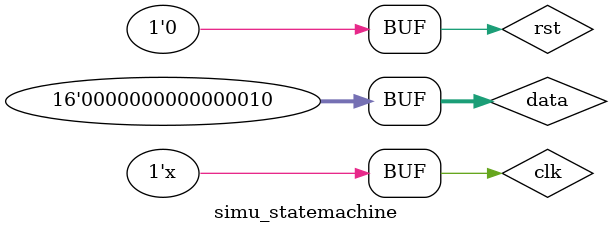
<source format=v>
`timescale 1ns / 1ps


module simu_statemachine();

reg clk = 0;
reg rst = 0;
reg[15:0] data = 16'b0000_0000_0000_0010;
wire[3:0] op;
wire[15:0] a;
wire[15:0] b;

initial begin

rst = 0;
#10 rst = 1;
#20 rst = 0;

end

always #20 clk = ~clk;

state_machine mytest(clk, rst, data, op, a, b);

endmodule

</source>
